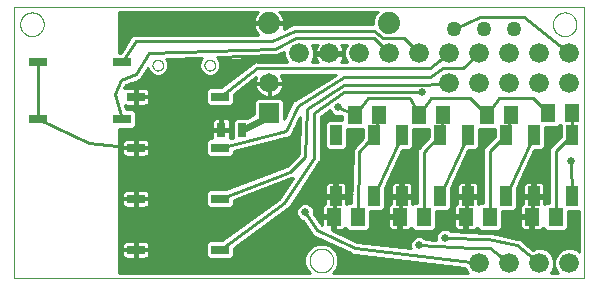
<source format=gtl>
G75*
%MOIN*%
%OFA0B0*%
%FSLAX25Y25*%
%IPPOS*%
%LPD*%
%AMOC8*
5,1,8,0,0,1.08239X$1,22.5*
%
%ADD10C,0.00000*%
%ADD11C,0.06600*%
%ADD12C,0.05000*%
%ADD13C,0.07400*%
%ADD14R,0.03937X0.06500*%
%ADD15R,0.06500X0.06500*%
%ADD16C,0.06500*%
%ADD17R,0.03150X0.04724*%
%ADD18R,0.05118X0.05906*%
%ADD19R,0.06000X0.03000*%
%ADD20C,0.02400*%
%ADD21C,0.01000*%
%ADD22C,0.02500*%
D10*
X0001250Y0006360D02*
X0001250Y0096911D01*
X0191250Y0096911D01*
X0191250Y0006360D01*
X0001250Y0006360D01*
X0099675Y0012266D02*
X0099677Y0012391D01*
X0099683Y0012516D01*
X0099693Y0012640D01*
X0099707Y0012764D01*
X0099724Y0012888D01*
X0099746Y0013011D01*
X0099772Y0013133D01*
X0099801Y0013255D01*
X0099834Y0013375D01*
X0099872Y0013494D01*
X0099912Y0013613D01*
X0099957Y0013729D01*
X0100005Y0013844D01*
X0100057Y0013958D01*
X0100113Y0014070D01*
X0100172Y0014180D01*
X0100234Y0014288D01*
X0100300Y0014395D01*
X0100369Y0014499D01*
X0100442Y0014600D01*
X0100517Y0014700D01*
X0100596Y0014797D01*
X0100678Y0014891D01*
X0100763Y0014983D01*
X0100850Y0015072D01*
X0100941Y0015158D01*
X0101034Y0015241D01*
X0101130Y0015322D01*
X0101228Y0015399D01*
X0101328Y0015473D01*
X0101431Y0015544D01*
X0101536Y0015611D01*
X0101644Y0015676D01*
X0101753Y0015736D01*
X0101864Y0015794D01*
X0101977Y0015847D01*
X0102091Y0015897D01*
X0102207Y0015944D01*
X0102324Y0015986D01*
X0102443Y0016025D01*
X0102563Y0016061D01*
X0102684Y0016092D01*
X0102806Y0016120D01*
X0102928Y0016143D01*
X0103052Y0016163D01*
X0103176Y0016179D01*
X0103300Y0016191D01*
X0103425Y0016199D01*
X0103550Y0016203D01*
X0103674Y0016203D01*
X0103799Y0016199D01*
X0103924Y0016191D01*
X0104048Y0016179D01*
X0104172Y0016163D01*
X0104296Y0016143D01*
X0104418Y0016120D01*
X0104540Y0016092D01*
X0104661Y0016061D01*
X0104781Y0016025D01*
X0104900Y0015986D01*
X0105017Y0015944D01*
X0105133Y0015897D01*
X0105247Y0015847D01*
X0105360Y0015794D01*
X0105471Y0015736D01*
X0105581Y0015676D01*
X0105688Y0015611D01*
X0105793Y0015544D01*
X0105896Y0015473D01*
X0105996Y0015399D01*
X0106094Y0015322D01*
X0106190Y0015241D01*
X0106283Y0015158D01*
X0106374Y0015072D01*
X0106461Y0014983D01*
X0106546Y0014891D01*
X0106628Y0014797D01*
X0106707Y0014700D01*
X0106782Y0014600D01*
X0106855Y0014499D01*
X0106924Y0014395D01*
X0106990Y0014288D01*
X0107052Y0014180D01*
X0107111Y0014070D01*
X0107167Y0013958D01*
X0107219Y0013844D01*
X0107267Y0013729D01*
X0107312Y0013613D01*
X0107352Y0013494D01*
X0107390Y0013375D01*
X0107423Y0013255D01*
X0107452Y0013133D01*
X0107478Y0013011D01*
X0107500Y0012888D01*
X0107517Y0012764D01*
X0107531Y0012640D01*
X0107541Y0012516D01*
X0107547Y0012391D01*
X0107549Y0012266D01*
X0107547Y0012141D01*
X0107541Y0012016D01*
X0107531Y0011892D01*
X0107517Y0011768D01*
X0107500Y0011644D01*
X0107478Y0011521D01*
X0107452Y0011399D01*
X0107423Y0011277D01*
X0107390Y0011157D01*
X0107352Y0011038D01*
X0107312Y0010919D01*
X0107267Y0010803D01*
X0107219Y0010688D01*
X0107167Y0010574D01*
X0107111Y0010462D01*
X0107052Y0010352D01*
X0106990Y0010244D01*
X0106924Y0010137D01*
X0106855Y0010033D01*
X0106782Y0009932D01*
X0106707Y0009832D01*
X0106628Y0009735D01*
X0106546Y0009641D01*
X0106461Y0009549D01*
X0106374Y0009460D01*
X0106283Y0009374D01*
X0106190Y0009291D01*
X0106094Y0009210D01*
X0105996Y0009133D01*
X0105896Y0009059D01*
X0105793Y0008988D01*
X0105688Y0008921D01*
X0105580Y0008856D01*
X0105471Y0008796D01*
X0105360Y0008738D01*
X0105247Y0008685D01*
X0105133Y0008635D01*
X0105017Y0008588D01*
X0104900Y0008546D01*
X0104781Y0008507D01*
X0104661Y0008471D01*
X0104540Y0008440D01*
X0104418Y0008412D01*
X0104296Y0008389D01*
X0104172Y0008369D01*
X0104048Y0008353D01*
X0103924Y0008341D01*
X0103799Y0008333D01*
X0103674Y0008329D01*
X0103550Y0008329D01*
X0103425Y0008333D01*
X0103300Y0008341D01*
X0103176Y0008353D01*
X0103052Y0008369D01*
X0102928Y0008389D01*
X0102806Y0008412D01*
X0102684Y0008440D01*
X0102563Y0008471D01*
X0102443Y0008507D01*
X0102324Y0008546D01*
X0102207Y0008588D01*
X0102091Y0008635D01*
X0101977Y0008685D01*
X0101864Y0008738D01*
X0101753Y0008796D01*
X0101643Y0008856D01*
X0101536Y0008921D01*
X0101431Y0008988D01*
X0101328Y0009059D01*
X0101228Y0009133D01*
X0101130Y0009210D01*
X0101034Y0009291D01*
X0100941Y0009374D01*
X0100850Y0009460D01*
X0100763Y0009549D01*
X0100678Y0009641D01*
X0100596Y0009735D01*
X0100517Y0009832D01*
X0100442Y0009932D01*
X0100369Y0010033D01*
X0100300Y0010137D01*
X0100234Y0010244D01*
X0100172Y0010352D01*
X0100113Y0010462D01*
X0100057Y0010574D01*
X0100005Y0010688D01*
X0099957Y0010803D01*
X0099912Y0010919D01*
X0099872Y0011038D01*
X0099834Y0011157D01*
X0099801Y0011277D01*
X0099772Y0011399D01*
X0099746Y0011521D01*
X0099724Y0011644D01*
X0099707Y0011768D01*
X0099693Y0011892D01*
X0099683Y0012016D01*
X0099677Y0012141D01*
X0099675Y0012266D01*
X0064639Y0077360D02*
X0064641Y0077444D01*
X0064647Y0077527D01*
X0064657Y0077610D01*
X0064671Y0077693D01*
X0064688Y0077775D01*
X0064710Y0077856D01*
X0064735Y0077935D01*
X0064764Y0078014D01*
X0064797Y0078091D01*
X0064833Y0078166D01*
X0064873Y0078240D01*
X0064916Y0078312D01*
X0064963Y0078381D01*
X0065013Y0078448D01*
X0065066Y0078513D01*
X0065122Y0078575D01*
X0065180Y0078635D01*
X0065242Y0078692D01*
X0065306Y0078745D01*
X0065373Y0078796D01*
X0065442Y0078843D01*
X0065513Y0078888D01*
X0065586Y0078928D01*
X0065661Y0078965D01*
X0065738Y0078999D01*
X0065816Y0079029D01*
X0065895Y0079055D01*
X0065976Y0079078D01*
X0066058Y0079096D01*
X0066140Y0079111D01*
X0066223Y0079122D01*
X0066306Y0079129D01*
X0066390Y0079132D01*
X0066474Y0079131D01*
X0066557Y0079126D01*
X0066641Y0079117D01*
X0066723Y0079104D01*
X0066805Y0079088D01*
X0066886Y0079067D01*
X0066967Y0079043D01*
X0067045Y0079015D01*
X0067123Y0078983D01*
X0067199Y0078947D01*
X0067273Y0078908D01*
X0067345Y0078866D01*
X0067415Y0078820D01*
X0067483Y0078771D01*
X0067548Y0078719D01*
X0067611Y0078664D01*
X0067671Y0078606D01*
X0067729Y0078545D01*
X0067783Y0078481D01*
X0067835Y0078415D01*
X0067883Y0078347D01*
X0067928Y0078276D01*
X0067969Y0078203D01*
X0068008Y0078129D01*
X0068042Y0078053D01*
X0068073Y0077975D01*
X0068100Y0077896D01*
X0068124Y0077815D01*
X0068143Y0077734D01*
X0068159Y0077652D01*
X0068171Y0077569D01*
X0068179Y0077485D01*
X0068183Y0077402D01*
X0068183Y0077318D01*
X0068179Y0077235D01*
X0068171Y0077151D01*
X0068159Y0077068D01*
X0068143Y0076986D01*
X0068124Y0076905D01*
X0068100Y0076824D01*
X0068073Y0076745D01*
X0068042Y0076667D01*
X0068008Y0076591D01*
X0067969Y0076517D01*
X0067928Y0076444D01*
X0067883Y0076373D01*
X0067835Y0076305D01*
X0067783Y0076239D01*
X0067729Y0076175D01*
X0067671Y0076114D01*
X0067611Y0076056D01*
X0067548Y0076001D01*
X0067483Y0075949D01*
X0067415Y0075900D01*
X0067345Y0075854D01*
X0067273Y0075812D01*
X0067199Y0075773D01*
X0067123Y0075737D01*
X0067045Y0075705D01*
X0066967Y0075677D01*
X0066886Y0075653D01*
X0066805Y0075632D01*
X0066723Y0075616D01*
X0066641Y0075603D01*
X0066557Y0075594D01*
X0066474Y0075589D01*
X0066390Y0075588D01*
X0066306Y0075591D01*
X0066223Y0075598D01*
X0066140Y0075609D01*
X0066058Y0075624D01*
X0065976Y0075642D01*
X0065895Y0075665D01*
X0065816Y0075691D01*
X0065738Y0075721D01*
X0065661Y0075755D01*
X0065586Y0075792D01*
X0065513Y0075832D01*
X0065442Y0075877D01*
X0065373Y0075924D01*
X0065306Y0075975D01*
X0065242Y0076028D01*
X0065180Y0076085D01*
X0065122Y0076145D01*
X0065066Y0076207D01*
X0065013Y0076272D01*
X0064963Y0076339D01*
X0064916Y0076408D01*
X0064873Y0076480D01*
X0064833Y0076554D01*
X0064797Y0076629D01*
X0064764Y0076706D01*
X0064735Y0076785D01*
X0064710Y0076864D01*
X0064688Y0076945D01*
X0064671Y0077027D01*
X0064657Y0077110D01*
X0064647Y0077193D01*
X0064641Y0077276D01*
X0064639Y0077360D01*
X0047317Y0077360D02*
X0047319Y0077444D01*
X0047325Y0077527D01*
X0047335Y0077610D01*
X0047349Y0077693D01*
X0047366Y0077775D01*
X0047388Y0077856D01*
X0047413Y0077935D01*
X0047442Y0078014D01*
X0047475Y0078091D01*
X0047511Y0078166D01*
X0047551Y0078240D01*
X0047594Y0078312D01*
X0047641Y0078381D01*
X0047691Y0078448D01*
X0047744Y0078513D01*
X0047800Y0078575D01*
X0047858Y0078635D01*
X0047920Y0078692D01*
X0047984Y0078745D01*
X0048051Y0078796D01*
X0048120Y0078843D01*
X0048191Y0078888D01*
X0048264Y0078928D01*
X0048339Y0078965D01*
X0048416Y0078999D01*
X0048494Y0079029D01*
X0048573Y0079055D01*
X0048654Y0079078D01*
X0048736Y0079096D01*
X0048818Y0079111D01*
X0048901Y0079122D01*
X0048984Y0079129D01*
X0049068Y0079132D01*
X0049152Y0079131D01*
X0049235Y0079126D01*
X0049319Y0079117D01*
X0049401Y0079104D01*
X0049483Y0079088D01*
X0049564Y0079067D01*
X0049645Y0079043D01*
X0049723Y0079015D01*
X0049801Y0078983D01*
X0049877Y0078947D01*
X0049951Y0078908D01*
X0050023Y0078866D01*
X0050093Y0078820D01*
X0050161Y0078771D01*
X0050226Y0078719D01*
X0050289Y0078664D01*
X0050349Y0078606D01*
X0050407Y0078545D01*
X0050461Y0078481D01*
X0050513Y0078415D01*
X0050561Y0078347D01*
X0050606Y0078276D01*
X0050647Y0078203D01*
X0050686Y0078129D01*
X0050720Y0078053D01*
X0050751Y0077975D01*
X0050778Y0077896D01*
X0050802Y0077815D01*
X0050821Y0077734D01*
X0050837Y0077652D01*
X0050849Y0077569D01*
X0050857Y0077485D01*
X0050861Y0077402D01*
X0050861Y0077318D01*
X0050857Y0077235D01*
X0050849Y0077151D01*
X0050837Y0077068D01*
X0050821Y0076986D01*
X0050802Y0076905D01*
X0050778Y0076824D01*
X0050751Y0076745D01*
X0050720Y0076667D01*
X0050686Y0076591D01*
X0050647Y0076517D01*
X0050606Y0076444D01*
X0050561Y0076373D01*
X0050513Y0076305D01*
X0050461Y0076239D01*
X0050407Y0076175D01*
X0050349Y0076114D01*
X0050289Y0076056D01*
X0050226Y0076001D01*
X0050161Y0075949D01*
X0050093Y0075900D01*
X0050023Y0075854D01*
X0049951Y0075812D01*
X0049877Y0075773D01*
X0049801Y0075737D01*
X0049723Y0075705D01*
X0049645Y0075677D01*
X0049564Y0075653D01*
X0049483Y0075632D01*
X0049401Y0075616D01*
X0049319Y0075603D01*
X0049235Y0075594D01*
X0049152Y0075589D01*
X0049068Y0075588D01*
X0048984Y0075591D01*
X0048901Y0075598D01*
X0048818Y0075609D01*
X0048736Y0075624D01*
X0048654Y0075642D01*
X0048573Y0075665D01*
X0048494Y0075691D01*
X0048416Y0075721D01*
X0048339Y0075755D01*
X0048264Y0075792D01*
X0048191Y0075832D01*
X0048120Y0075877D01*
X0048051Y0075924D01*
X0047984Y0075975D01*
X0047920Y0076028D01*
X0047858Y0076085D01*
X0047800Y0076145D01*
X0047744Y0076207D01*
X0047691Y0076272D01*
X0047641Y0076339D01*
X0047594Y0076408D01*
X0047551Y0076480D01*
X0047511Y0076554D01*
X0047475Y0076629D01*
X0047442Y0076706D01*
X0047413Y0076785D01*
X0047388Y0076864D01*
X0047366Y0076945D01*
X0047349Y0077027D01*
X0047335Y0077110D01*
X0047325Y0077193D01*
X0047319Y0077276D01*
X0047317Y0077360D01*
X0003219Y0091006D02*
X0003221Y0091131D01*
X0003227Y0091256D01*
X0003237Y0091380D01*
X0003251Y0091504D01*
X0003268Y0091628D01*
X0003290Y0091751D01*
X0003316Y0091873D01*
X0003345Y0091995D01*
X0003378Y0092115D01*
X0003416Y0092234D01*
X0003456Y0092353D01*
X0003501Y0092469D01*
X0003549Y0092584D01*
X0003601Y0092698D01*
X0003657Y0092810D01*
X0003716Y0092920D01*
X0003778Y0093028D01*
X0003844Y0093135D01*
X0003913Y0093239D01*
X0003986Y0093340D01*
X0004061Y0093440D01*
X0004140Y0093537D01*
X0004222Y0093631D01*
X0004307Y0093723D01*
X0004394Y0093812D01*
X0004485Y0093898D01*
X0004578Y0093981D01*
X0004674Y0094062D01*
X0004772Y0094139D01*
X0004872Y0094213D01*
X0004975Y0094284D01*
X0005080Y0094351D01*
X0005188Y0094416D01*
X0005297Y0094476D01*
X0005408Y0094534D01*
X0005521Y0094587D01*
X0005635Y0094637D01*
X0005751Y0094684D01*
X0005868Y0094726D01*
X0005987Y0094765D01*
X0006107Y0094801D01*
X0006228Y0094832D01*
X0006350Y0094860D01*
X0006472Y0094883D01*
X0006596Y0094903D01*
X0006720Y0094919D01*
X0006844Y0094931D01*
X0006969Y0094939D01*
X0007094Y0094943D01*
X0007218Y0094943D01*
X0007343Y0094939D01*
X0007468Y0094931D01*
X0007592Y0094919D01*
X0007716Y0094903D01*
X0007840Y0094883D01*
X0007962Y0094860D01*
X0008084Y0094832D01*
X0008205Y0094801D01*
X0008325Y0094765D01*
X0008444Y0094726D01*
X0008561Y0094684D01*
X0008677Y0094637D01*
X0008791Y0094587D01*
X0008904Y0094534D01*
X0009015Y0094476D01*
X0009125Y0094416D01*
X0009232Y0094351D01*
X0009337Y0094284D01*
X0009440Y0094213D01*
X0009540Y0094139D01*
X0009638Y0094062D01*
X0009734Y0093981D01*
X0009827Y0093898D01*
X0009918Y0093812D01*
X0010005Y0093723D01*
X0010090Y0093631D01*
X0010172Y0093537D01*
X0010251Y0093440D01*
X0010326Y0093340D01*
X0010399Y0093239D01*
X0010468Y0093135D01*
X0010534Y0093028D01*
X0010596Y0092920D01*
X0010655Y0092810D01*
X0010711Y0092698D01*
X0010763Y0092584D01*
X0010811Y0092469D01*
X0010856Y0092353D01*
X0010896Y0092234D01*
X0010934Y0092115D01*
X0010967Y0091995D01*
X0010996Y0091873D01*
X0011022Y0091751D01*
X0011044Y0091628D01*
X0011061Y0091504D01*
X0011075Y0091380D01*
X0011085Y0091256D01*
X0011091Y0091131D01*
X0011093Y0091006D01*
X0011091Y0090881D01*
X0011085Y0090756D01*
X0011075Y0090632D01*
X0011061Y0090508D01*
X0011044Y0090384D01*
X0011022Y0090261D01*
X0010996Y0090139D01*
X0010967Y0090017D01*
X0010934Y0089897D01*
X0010896Y0089778D01*
X0010856Y0089659D01*
X0010811Y0089543D01*
X0010763Y0089428D01*
X0010711Y0089314D01*
X0010655Y0089202D01*
X0010596Y0089092D01*
X0010534Y0088984D01*
X0010468Y0088877D01*
X0010399Y0088773D01*
X0010326Y0088672D01*
X0010251Y0088572D01*
X0010172Y0088475D01*
X0010090Y0088381D01*
X0010005Y0088289D01*
X0009918Y0088200D01*
X0009827Y0088114D01*
X0009734Y0088031D01*
X0009638Y0087950D01*
X0009540Y0087873D01*
X0009440Y0087799D01*
X0009337Y0087728D01*
X0009232Y0087661D01*
X0009124Y0087596D01*
X0009015Y0087536D01*
X0008904Y0087478D01*
X0008791Y0087425D01*
X0008677Y0087375D01*
X0008561Y0087328D01*
X0008444Y0087286D01*
X0008325Y0087247D01*
X0008205Y0087211D01*
X0008084Y0087180D01*
X0007962Y0087152D01*
X0007840Y0087129D01*
X0007716Y0087109D01*
X0007592Y0087093D01*
X0007468Y0087081D01*
X0007343Y0087073D01*
X0007218Y0087069D01*
X0007094Y0087069D01*
X0006969Y0087073D01*
X0006844Y0087081D01*
X0006720Y0087093D01*
X0006596Y0087109D01*
X0006472Y0087129D01*
X0006350Y0087152D01*
X0006228Y0087180D01*
X0006107Y0087211D01*
X0005987Y0087247D01*
X0005868Y0087286D01*
X0005751Y0087328D01*
X0005635Y0087375D01*
X0005521Y0087425D01*
X0005408Y0087478D01*
X0005297Y0087536D01*
X0005187Y0087596D01*
X0005080Y0087661D01*
X0004975Y0087728D01*
X0004872Y0087799D01*
X0004772Y0087873D01*
X0004674Y0087950D01*
X0004578Y0088031D01*
X0004485Y0088114D01*
X0004394Y0088200D01*
X0004307Y0088289D01*
X0004222Y0088381D01*
X0004140Y0088475D01*
X0004061Y0088572D01*
X0003986Y0088672D01*
X0003913Y0088773D01*
X0003844Y0088877D01*
X0003778Y0088984D01*
X0003716Y0089092D01*
X0003657Y0089202D01*
X0003601Y0089314D01*
X0003549Y0089428D01*
X0003501Y0089543D01*
X0003456Y0089659D01*
X0003416Y0089778D01*
X0003378Y0089897D01*
X0003345Y0090017D01*
X0003316Y0090139D01*
X0003290Y0090261D01*
X0003268Y0090384D01*
X0003251Y0090508D01*
X0003237Y0090632D01*
X0003227Y0090756D01*
X0003221Y0090881D01*
X0003219Y0091006D01*
X0180778Y0091006D02*
X0180780Y0091131D01*
X0180786Y0091256D01*
X0180796Y0091380D01*
X0180810Y0091504D01*
X0180827Y0091628D01*
X0180849Y0091751D01*
X0180875Y0091873D01*
X0180904Y0091995D01*
X0180937Y0092115D01*
X0180975Y0092234D01*
X0181015Y0092353D01*
X0181060Y0092469D01*
X0181108Y0092584D01*
X0181160Y0092698D01*
X0181216Y0092810D01*
X0181275Y0092920D01*
X0181337Y0093028D01*
X0181403Y0093135D01*
X0181472Y0093239D01*
X0181545Y0093340D01*
X0181620Y0093440D01*
X0181699Y0093537D01*
X0181781Y0093631D01*
X0181866Y0093723D01*
X0181953Y0093812D01*
X0182044Y0093898D01*
X0182137Y0093981D01*
X0182233Y0094062D01*
X0182331Y0094139D01*
X0182431Y0094213D01*
X0182534Y0094284D01*
X0182639Y0094351D01*
X0182747Y0094416D01*
X0182856Y0094476D01*
X0182967Y0094534D01*
X0183080Y0094587D01*
X0183194Y0094637D01*
X0183310Y0094684D01*
X0183427Y0094726D01*
X0183546Y0094765D01*
X0183666Y0094801D01*
X0183787Y0094832D01*
X0183909Y0094860D01*
X0184031Y0094883D01*
X0184155Y0094903D01*
X0184279Y0094919D01*
X0184403Y0094931D01*
X0184528Y0094939D01*
X0184653Y0094943D01*
X0184777Y0094943D01*
X0184902Y0094939D01*
X0185027Y0094931D01*
X0185151Y0094919D01*
X0185275Y0094903D01*
X0185399Y0094883D01*
X0185521Y0094860D01*
X0185643Y0094832D01*
X0185764Y0094801D01*
X0185884Y0094765D01*
X0186003Y0094726D01*
X0186120Y0094684D01*
X0186236Y0094637D01*
X0186350Y0094587D01*
X0186463Y0094534D01*
X0186574Y0094476D01*
X0186684Y0094416D01*
X0186791Y0094351D01*
X0186896Y0094284D01*
X0186999Y0094213D01*
X0187099Y0094139D01*
X0187197Y0094062D01*
X0187293Y0093981D01*
X0187386Y0093898D01*
X0187477Y0093812D01*
X0187564Y0093723D01*
X0187649Y0093631D01*
X0187731Y0093537D01*
X0187810Y0093440D01*
X0187885Y0093340D01*
X0187958Y0093239D01*
X0188027Y0093135D01*
X0188093Y0093028D01*
X0188155Y0092920D01*
X0188214Y0092810D01*
X0188270Y0092698D01*
X0188322Y0092584D01*
X0188370Y0092469D01*
X0188415Y0092353D01*
X0188455Y0092234D01*
X0188493Y0092115D01*
X0188526Y0091995D01*
X0188555Y0091873D01*
X0188581Y0091751D01*
X0188603Y0091628D01*
X0188620Y0091504D01*
X0188634Y0091380D01*
X0188644Y0091256D01*
X0188650Y0091131D01*
X0188652Y0091006D01*
X0188650Y0090881D01*
X0188644Y0090756D01*
X0188634Y0090632D01*
X0188620Y0090508D01*
X0188603Y0090384D01*
X0188581Y0090261D01*
X0188555Y0090139D01*
X0188526Y0090017D01*
X0188493Y0089897D01*
X0188455Y0089778D01*
X0188415Y0089659D01*
X0188370Y0089543D01*
X0188322Y0089428D01*
X0188270Y0089314D01*
X0188214Y0089202D01*
X0188155Y0089092D01*
X0188093Y0088984D01*
X0188027Y0088877D01*
X0187958Y0088773D01*
X0187885Y0088672D01*
X0187810Y0088572D01*
X0187731Y0088475D01*
X0187649Y0088381D01*
X0187564Y0088289D01*
X0187477Y0088200D01*
X0187386Y0088114D01*
X0187293Y0088031D01*
X0187197Y0087950D01*
X0187099Y0087873D01*
X0186999Y0087799D01*
X0186896Y0087728D01*
X0186791Y0087661D01*
X0186683Y0087596D01*
X0186574Y0087536D01*
X0186463Y0087478D01*
X0186350Y0087425D01*
X0186236Y0087375D01*
X0186120Y0087328D01*
X0186003Y0087286D01*
X0185884Y0087247D01*
X0185764Y0087211D01*
X0185643Y0087180D01*
X0185521Y0087152D01*
X0185399Y0087129D01*
X0185275Y0087109D01*
X0185151Y0087093D01*
X0185027Y0087081D01*
X0184902Y0087073D01*
X0184777Y0087069D01*
X0184653Y0087069D01*
X0184528Y0087073D01*
X0184403Y0087081D01*
X0184279Y0087093D01*
X0184155Y0087109D01*
X0184031Y0087129D01*
X0183909Y0087152D01*
X0183787Y0087180D01*
X0183666Y0087211D01*
X0183546Y0087247D01*
X0183427Y0087286D01*
X0183310Y0087328D01*
X0183194Y0087375D01*
X0183080Y0087425D01*
X0182967Y0087478D01*
X0182856Y0087536D01*
X0182746Y0087596D01*
X0182639Y0087661D01*
X0182534Y0087728D01*
X0182431Y0087799D01*
X0182331Y0087873D01*
X0182233Y0087950D01*
X0182137Y0088031D01*
X0182044Y0088114D01*
X0181953Y0088200D01*
X0181866Y0088289D01*
X0181781Y0088381D01*
X0181699Y0088475D01*
X0181620Y0088572D01*
X0181545Y0088672D01*
X0181472Y0088773D01*
X0181403Y0088877D01*
X0181337Y0088984D01*
X0181275Y0089092D01*
X0181216Y0089202D01*
X0181160Y0089314D01*
X0181108Y0089428D01*
X0181060Y0089543D01*
X0181015Y0089659D01*
X0180975Y0089778D01*
X0180937Y0089897D01*
X0180904Y0090017D01*
X0180875Y0090139D01*
X0180849Y0090261D01*
X0180827Y0090384D01*
X0180810Y0090508D01*
X0180796Y0090632D01*
X0180786Y0090756D01*
X0180780Y0090881D01*
X0180778Y0091006D01*
D11*
X0176250Y0081360D03*
X0166250Y0081360D03*
X0156250Y0081360D03*
X0146250Y0081360D03*
X0136250Y0081360D03*
X0126250Y0081360D03*
X0116250Y0081360D03*
X0106250Y0081360D03*
X0096250Y0081360D03*
X0146250Y0071360D03*
X0156250Y0071360D03*
X0166250Y0071360D03*
X0176250Y0071360D03*
X0186250Y0071360D03*
X0186250Y0081360D03*
X0186250Y0011360D03*
X0176250Y0011360D03*
X0166250Y0011360D03*
X0156250Y0011360D03*
D12*
X0157825Y0089506D03*
X0167667Y0089506D03*
X0147982Y0089506D03*
D13*
X0126132Y0091360D03*
X0086132Y0091360D03*
D14*
X0108451Y0054006D03*
X0121049Y0054006D03*
X0130451Y0054006D03*
X0143049Y0054006D03*
X0152451Y0054006D03*
X0165049Y0054006D03*
X0174451Y0054006D03*
X0187049Y0054006D03*
X0187049Y0033714D03*
X0174451Y0033714D03*
X0165049Y0033714D03*
X0152451Y0033714D03*
X0143049Y0033714D03*
X0130451Y0033714D03*
X0121049Y0033714D03*
X0108451Y0033714D03*
D15*
X0086250Y0061360D03*
D16*
X0086250Y0071360D03*
D17*
X0077293Y0055860D03*
X0070207Y0055860D03*
D18*
X0114813Y0060860D03*
X0122687Y0060860D03*
X0136313Y0060860D03*
X0144187Y0060860D03*
X0158813Y0060860D03*
X0166687Y0060860D03*
X0179313Y0061360D03*
X0187187Y0061360D03*
X0181687Y0026860D03*
X0173813Y0026860D03*
X0159687Y0026860D03*
X0151813Y0026860D03*
X0137687Y0026860D03*
X0129813Y0026860D03*
X0115687Y0026860D03*
X0107813Y0026860D03*
D19*
X0069750Y0032860D03*
X0041750Y0032860D03*
X0041750Y0049860D03*
X0037250Y0059423D03*
X0041750Y0066860D03*
X0037250Y0078360D03*
X0009250Y0078360D03*
X0009250Y0059423D03*
X0069750Y0066860D03*
X0069750Y0049860D03*
X0069750Y0015860D03*
X0041750Y0015860D03*
D20*
X0077293Y0055860D02*
X0083207Y0058817D01*
X0086250Y0061360D01*
D21*
X0091200Y0061278D02*
X0092104Y0061278D01*
X0092573Y0062277D02*
X0091200Y0062277D01*
X0091200Y0063275D02*
X0093043Y0063275D01*
X0093513Y0064274D02*
X0091200Y0064274D01*
X0091200Y0065272D02*
X0093844Y0065272D01*
X0093823Y0065260D02*
X0093663Y0064593D01*
X0091200Y0059358D01*
X0091200Y0065314D01*
X0090204Y0066310D01*
X0082296Y0066310D01*
X0081300Y0065314D01*
X0081300Y0061106D01*
X0078933Y0059922D01*
X0075014Y0059922D01*
X0074019Y0058926D01*
X0074019Y0053195D01*
X0073459Y0053055D01*
X0073454Y0053060D01*
X0073217Y0053060D01*
X0073281Y0053300D01*
X0073281Y0055573D01*
X0070494Y0055573D01*
X0070494Y0056147D01*
X0073281Y0056147D01*
X0073281Y0058420D01*
X0073179Y0058801D01*
X0072982Y0059143D01*
X0072703Y0059422D01*
X0072360Y0059620D01*
X0071979Y0059722D01*
X0070494Y0059722D01*
X0070494Y0056147D01*
X0069919Y0056147D01*
X0069919Y0055573D01*
X0067132Y0055573D01*
X0067132Y0053300D01*
X0067196Y0053060D01*
X0066046Y0053060D01*
X0065050Y0052064D01*
X0065050Y0047656D01*
X0066046Y0046660D01*
X0073454Y0046660D01*
X0074450Y0047656D01*
X0074450Y0048767D01*
X0091523Y0053035D01*
X0091638Y0052981D01*
X0092391Y0053253D01*
X0093168Y0053447D01*
X0093233Y0053556D01*
X0093353Y0053599D01*
X0093693Y0054323D01*
X0094105Y0055009D01*
X0094074Y0055133D01*
X0096466Y0060215D01*
X0096078Y0047800D01*
X0092026Y0043747D01*
X0071954Y0036060D01*
X0066046Y0036060D01*
X0065050Y0035064D01*
X0065050Y0030656D01*
X0066046Y0029660D01*
X0073454Y0029660D01*
X0074450Y0030656D01*
X0074450Y0032304D01*
X0093657Y0039660D01*
X0094139Y0039660D01*
X0089640Y0032912D01*
X0070427Y0019060D01*
X0066046Y0019060D01*
X0065050Y0018064D01*
X0065050Y0013656D01*
X0066046Y0012660D01*
X0073454Y0012660D01*
X0074450Y0013656D01*
X0074450Y0016536D01*
X0092149Y0029296D01*
X0092575Y0029381D01*
X0092860Y0029808D01*
X0093276Y0030108D01*
X0093345Y0030537D01*
X0102960Y0044958D01*
X0103450Y0045449D01*
X0103450Y0045694D01*
X0103586Y0045898D01*
X0103450Y0046578D01*
X0103450Y0060215D01*
X0106481Y0062336D01*
X0106749Y0061689D01*
X0107579Y0060859D01*
X0108663Y0060410D01*
X0109837Y0060410D01*
X0110154Y0060542D01*
X0110554Y0060362D01*
X0110554Y0058956D01*
X0105778Y0058956D01*
X0104782Y0057960D01*
X0104782Y0050051D01*
X0105778Y0049056D01*
X0111123Y0049056D01*
X0112119Y0050051D01*
X0112119Y0056207D01*
X0117381Y0056207D01*
X0117381Y0053087D01*
X0114650Y0049875D01*
X0114075Y0049329D01*
X0114071Y0049194D01*
X0113984Y0049091D01*
X0114048Y0048300D01*
X0113608Y0031513D01*
X0112424Y0031513D01*
X0111919Y0031008D01*
X0111919Y0033230D01*
X0108935Y0033230D01*
X0108935Y0031313D01*
X0108313Y0031313D01*
X0108313Y0027360D01*
X0107313Y0027360D01*
X0107313Y0028964D01*
X0107967Y0028964D01*
X0107967Y0033230D01*
X0108935Y0033230D01*
X0108935Y0034199D01*
X0107967Y0034199D01*
X0107967Y0038464D01*
X0106285Y0038464D01*
X0105903Y0038362D01*
X0105561Y0038165D01*
X0105282Y0037885D01*
X0105085Y0037543D01*
X0104982Y0037162D01*
X0104982Y0034199D01*
X0107966Y0034199D01*
X0107966Y0033230D01*
X0104982Y0033230D01*
X0104982Y0031293D01*
X0104675Y0031211D01*
X0104333Y0031013D01*
X0104054Y0030734D01*
X0103856Y0030392D01*
X0103754Y0030010D01*
X0103754Y0027360D01*
X0107313Y0027360D01*
X0107313Y0026360D01*
X0108313Y0026360D01*
X0108313Y0022407D01*
X0110570Y0022407D01*
X0110951Y0022509D01*
X0111293Y0022707D01*
X0111572Y0022986D01*
X0111599Y0023032D01*
X0112424Y0022207D01*
X0118950Y0022207D01*
X0119946Y0023203D01*
X0119946Y0028764D01*
X0123722Y0028764D01*
X0124718Y0029760D01*
X0124718Y0036399D01*
X0130582Y0049056D01*
X0133123Y0049056D01*
X0134119Y0050051D01*
X0134119Y0056207D01*
X0139381Y0056207D01*
X0139381Y0053312D01*
X0136172Y0049893D01*
X0135553Y0049278D01*
X0135553Y0049233D01*
X0135522Y0049201D01*
X0135550Y0048328D01*
X0135501Y0031513D01*
X0134424Y0031513D01*
X0133919Y0031008D01*
X0133919Y0033230D01*
X0130935Y0033230D01*
X0130935Y0031313D01*
X0130313Y0031313D01*
X0130313Y0027360D01*
X0129313Y0027360D01*
X0129313Y0028964D01*
X0129967Y0028964D01*
X0129967Y0033230D01*
X0130935Y0033230D01*
X0130935Y0034199D01*
X0129967Y0034199D01*
X0129967Y0038464D01*
X0128285Y0038464D01*
X0127903Y0038362D01*
X0127561Y0038165D01*
X0127282Y0037885D01*
X0127085Y0037543D01*
X0126982Y0037162D01*
X0126982Y0034199D01*
X0129966Y0034199D01*
X0129966Y0033230D01*
X0126982Y0033230D01*
X0126982Y0031293D01*
X0126675Y0031211D01*
X0126333Y0031013D01*
X0126054Y0030734D01*
X0125856Y0030392D01*
X0125754Y0030010D01*
X0125754Y0027360D01*
X0129313Y0027360D01*
X0129313Y0026360D01*
X0125754Y0026360D01*
X0125754Y0023710D01*
X0125856Y0023328D01*
X0126054Y0022986D01*
X0126333Y0022707D01*
X0126675Y0022509D01*
X0127056Y0022407D01*
X0129313Y0022407D01*
X0129313Y0026360D01*
X0130313Y0026360D01*
X0130313Y0022407D01*
X0132570Y0022407D01*
X0132951Y0022509D01*
X0133293Y0022707D01*
X0133572Y0022986D01*
X0133599Y0023032D01*
X0134424Y0022207D01*
X0140950Y0022207D01*
X0141946Y0023203D01*
X0141946Y0028764D01*
X0145722Y0028764D01*
X0146718Y0029760D01*
X0146718Y0036399D01*
X0152582Y0049056D01*
X0155123Y0049056D01*
X0156119Y0050051D01*
X0156119Y0056207D01*
X0161381Y0056207D01*
X0161381Y0053510D01*
X0158860Y0051063D01*
X0158845Y0051063D01*
X0158208Y0050430D01*
X0157564Y0049803D01*
X0157563Y0049788D01*
X0157553Y0049778D01*
X0157550Y0048879D01*
X0157537Y0047981D01*
X0157547Y0047970D01*
X0157500Y0031513D01*
X0156424Y0031513D01*
X0155919Y0031008D01*
X0155919Y0033230D01*
X0152935Y0033230D01*
X0152935Y0031313D01*
X0152313Y0031313D01*
X0152313Y0027360D01*
X0151313Y0027360D01*
X0151313Y0028964D01*
X0151967Y0028964D01*
X0151967Y0033230D01*
X0152935Y0033230D01*
X0152935Y0034199D01*
X0151967Y0034199D01*
X0151967Y0038464D01*
X0150285Y0038464D01*
X0149903Y0038362D01*
X0149561Y0038165D01*
X0149282Y0037885D01*
X0149085Y0037543D01*
X0148982Y0037162D01*
X0148982Y0034199D01*
X0151966Y0034199D01*
X0151966Y0033230D01*
X0148982Y0033230D01*
X0148982Y0031293D01*
X0148675Y0031211D01*
X0148333Y0031013D01*
X0148054Y0030734D01*
X0147856Y0030392D01*
X0147754Y0030010D01*
X0147754Y0027360D01*
X0151313Y0027360D01*
X0151313Y0026360D01*
X0152313Y0026360D01*
X0152313Y0022407D01*
X0154570Y0022407D01*
X0154951Y0022509D01*
X0155293Y0022707D01*
X0155572Y0022986D01*
X0155599Y0023032D01*
X0156424Y0022207D01*
X0162950Y0022207D01*
X0163946Y0023203D01*
X0163946Y0028764D01*
X0167722Y0028764D01*
X0168718Y0029760D01*
X0168718Y0036399D01*
X0174582Y0049056D01*
X0177123Y0049056D01*
X0178119Y0050051D01*
X0178119Y0056707D01*
X0182576Y0056707D01*
X0183250Y0057381D01*
X0183381Y0057250D01*
X0183381Y0053510D01*
X0180860Y0051063D01*
X0180845Y0051063D01*
X0180208Y0050430D01*
X0179564Y0049803D01*
X0179563Y0049788D01*
X0179553Y0049778D01*
X0179550Y0048879D01*
X0179537Y0047981D01*
X0179547Y0047970D01*
X0179500Y0031513D01*
X0178424Y0031513D01*
X0177919Y0031008D01*
X0177919Y0033230D01*
X0174935Y0033230D01*
X0174935Y0031313D01*
X0174313Y0031313D01*
X0174313Y0027360D01*
X0173313Y0027360D01*
X0173313Y0028964D01*
X0173967Y0028964D01*
X0173967Y0033230D01*
X0174935Y0033230D01*
X0174935Y0034199D01*
X0173967Y0034199D01*
X0173967Y0038464D01*
X0172285Y0038464D01*
X0171903Y0038362D01*
X0171561Y0038165D01*
X0171282Y0037885D01*
X0171085Y0037543D01*
X0170982Y0037162D01*
X0170982Y0034199D01*
X0173966Y0034199D01*
X0173966Y0033230D01*
X0170982Y0033230D01*
X0170982Y0031293D01*
X0170675Y0031211D01*
X0170333Y0031013D01*
X0170054Y0030734D01*
X0169856Y0030392D01*
X0169754Y0030010D01*
X0169754Y0027360D01*
X0173313Y0027360D01*
X0173313Y0026360D01*
X0174313Y0026360D01*
X0174313Y0022407D01*
X0176570Y0022407D01*
X0176951Y0022509D01*
X0177293Y0022707D01*
X0177572Y0022986D01*
X0177599Y0023032D01*
X0178424Y0022207D01*
X0184950Y0022207D01*
X0185946Y0023203D01*
X0185946Y0028764D01*
X0189550Y0028764D01*
X0189550Y0015131D01*
X0189082Y0015599D01*
X0187245Y0016360D01*
X0185255Y0016360D01*
X0183418Y0015599D01*
X0182011Y0014192D01*
X0181250Y0012355D01*
X0180489Y0014192D01*
X0179082Y0015599D01*
X0177245Y0016360D01*
X0175255Y0016360D01*
X0174113Y0015887D01*
X0170400Y0018857D01*
X0170095Y0019325D01*
X0169716Y0019405D01*
X0169413Y0019647D01*
X0168858Y0019585D01*
X0160384Y0021370D01*
X0160237Y0021527D01*
X0159517Y0021552D01*
X0158811Y0021701D01*
X0158631Y0021583D01*
X0146791Y0021991D01*
X0146421Y0022361D01*
X0145337Y0022810D01*
X0144163Y0022810D01*
X0143079Y0022361D01*
X0142249Y0021531D01*
X0141800Y0020447D01*
X0141800Y0019273D01*
X0141808Y0019255D01*
X0138334Y0019448D01*
X0137921Y0019861D01*
X0136837Y0020310D01*
X0135663Y0020310D01*
X0134579Y0019861D01*
X0133749Y0019031D01*
X0133300Y0017947D01*
X0133300Y0016773D01*
X0133488Y0016318D01*
X0115374Y0018501D01*
X0107236Y0022407D01*
X0107313Y0022407D01*
X0107313Y0026360D01*
X0103754Y0026360D01*
X0103754Y0024078D01*
X0103746Y0024082D01*
X0101200Y0027901D01*
X0101200Y0028947D01*
X0100751Y0030031D01*
X0099921Y0030861D01*
X0098837Y0031310D01*
X0097663Y0031310D01*
X0096579Y0030861D01*
X0095749Y0030031D01*
X0095300Y0028947D01*
X0095300Y0027773D01*
X0095749Y0026689D01*
X0096579Y0025859D01*
X0097538Y0025462D01*
X0100266Y0021370D01*
X0100476Y0020771D01*
X0100754Y0020638D01*
X0100925Y0020381D01*
X0101547Y0020257D01*
X0113336Y0014598D01*
X0113582Y0014285D01*
X0114126Y0014219D01*
X0114620Y0013982D01*
X0114996Y0014114D01*
X0151520Y0009714D01*
X0152011Y0008528D01*
X0152479Y0008060D01*
X0107379Y0008060D01*
X0108391Y0009072D01*
X0109249Y0011144D01*
X0109249Y0013387D01*
X0108391Y0015459D01*
X0106805Y0017044D01*
X0104733Y0017902D01*
X0102491Y0017902D01*
X0100419Y0017044D01*
X0098833Y0015459D01*
X0097975Y0013387D01*
X0097975Y0011144D01*
X0098833Y0009072D01*
X0099846Y0008060D01*
X0036250Y0008060D01*
X0036250Y0056223D01*
X0040954Y0056223D01*
X0041950Y0057219D01*
X0041950Y0061627D01*
X0040954Y0062623D01*
X0038596Y0062623D01*
X0038202Y0063954D01*
X0038553Y0063860D01*
X0041500Y0063860D01*
X0041500Y0066610D01*
X0042000Y0066610D01*
X0042000Y0067110D01*
X0041500Y0067110D01*
X0041500Y0069860D01*
X0038553Y0069860D01*
X0038171Y0069758D01*
X0037942Y0069626D01*
X0038397Y0070649D01*
X0042397Y0072249D01*
X0043108Y0072404D01*
X0043220Y0072579D01*
X0043413Y0072656D01*
X0043700Y0073325D01*
X0045708Y0076449D01*
X0046145Y0075393D01*
X0047122Y0074417D01*
X0048398Y0073888D01*
X0049779Y0073888D01*
X0051055Y0074417D01*
X0052032Y0075393D01*
X0052560Y0076669D01*
X0052560Y0078051D01*
X0052032Y0079327D01*
X0051994Y0079364D01*
X0063932Y0079790D01*
X0063468Y0079327D01*
X0062940Y0078051D01*
X0062940Y0076669D01*
X0063468Y0075393D01*
X0064445Y0074417D01*
X0065721Y0073888D01*
X0067102Y0073888D01*
X0068378Y0074417D01*
X0069355Y0075393D01*
X0069883Y0076669D01*
X0069883Y0078051D01*
X0069355Y0079327D01*
X0068720Y0079961D01*
X0087931Y0080647D01*
X0088419Y0080485D01*
X0088806Y0080678D01*
X0089239Y0080694D01*
X0089589Y0081070D01*
X0091250Y0081900D01*
X0091250Y0080365D01*
X0091998Y0078560D01*
X0082399Y0078560D01*
X0081644Y0078663D01*
X0081509Y0078560D01*
X0081339Y0078560D01*
X0080800Y0078021D01*
X0070325Y0070060D01*
X0066046Y0070060D01*
X0065050Y0069064D01*
X0065050Y0064656D01*
X0066046Y0063660D01*
X0073454Y0063660D01*
X0074450Y0064656D01*
X0074450Y0067669D01*
X0081938Y0073359D01*
X0081848Y0073183D01*
X0081617Y0072472D01*
X0081500Y0071734D01*
X0081500Y0071549D01*
X0086061Y0071549D01*
X0086061Y0071171D01*
X0081500Y0071171D01*
X0081500Y0070986D01*
X0081617Y0070248D01*
X0081848Y0069537D01*
X0082187Y0068870D01*
X0082627Y0068266D01*
X0083156Y0067737D01*
X0083760Y0067297D01*
X0084427Y0066958D01*
X0085138Y0066727D01*
X0085876Y0066610D01*
X0086061Y0066610D01*
X0086061Y0071171D01*
X0086439Y0071171D01*
X0086439Y0071549D01*
X0091000Y0071549D01*
X0091000Y0071734D01*
X0090883Y0072472D01*
X0090652Y0073183D01*
X0090313Y0073850D01*
X0090087Y0074160D01*
X0108345Y0074160D01*
X0094793Y0065854D01*
X0094147Y0065621D01*
X0094040Y0065392D01*
X0093823Y0065260D01*
X0095473Y0066271D02*
X0090243Y0066271D01*
X0089344Y0067737D02*
X0088740Y0067297D01*
X0088073Y0066958D01*
X0087362Y0066727D01*
X0086624Y0066610D01*
X0086439Y0066610D01*
X0086439Y0071171D01*
X0091000Y0071171D01*
X0091000Y0070986D01*
X0090883Y0070248D01*
X0090652Y0069537D01*
X0090313Y0068870D01*
X0089873Y0068266D01*
X0089344Y0067737D01*
X0089875Y0068268D02*
X0098732Y0068268D01*
X0100361Y0069266D02*
X0090514Y0069266D01*
X0090886Y0070265D02*
X0101990Y0070265D01*
X0103619Y0071263D02*
X0086439Y0071263D01*
X0086061Y0071263D02*
X0079180Y0071263D01*
X0080493Y0072262D02*
X0081584Y0072262D01*
X0081807Y0073260D02*
X0081887Y0073260D01*
X0081614Y0070265D02*
X0077866Y0070265D01*
X0076552Y0069266D02*
X0081986Y0069266D01*
X0082625Y0068268D02*
X0075238Y0068268D01*
X0074450Y0067269D02*
X0083816Y0067269D01*
X0082257Y0066271D02*
X0074450Y0066271D01*
X0074450Y0065272D02*
X0081300Y0065272D01*
X0081300Y0064274D02*
X0074068Y0064274D01*
X0069750Y0066860D02*
X0082250Y0076360D01*
X0139750Y0076360D01*
X0146250Y0081360D01*
X0144250Y0076360D02*
X0150750Y0076360D01*
X0156250Y0081360D01*
X0144250Y0076360D02*
X0139750Y0073360D01*
X0111250Y0073360D01*
X0095750Y0063860D01*
X0091750Y0055360D01*
X0069750Y0049860D01*
X0065050Y0050294D02*
X0046250Y0050294D01*
X0046250Y0050110D02*
X0046250Y0051557D01*
X0046148Y0051939D01*
X0045950Y0052281D01*
X0045671Y0052560D01*
X0045329Y0052758D01*
X0044947Y0052860D01*
X0042000Y0052860D01*
X0042000Y0050110D01*
X0041500Y0050110D01*
X0041500Y0052860D01*
X0038553Y0052860D01*
X0038171Y0052758D01*
X0037829Y0052560D01*
X0037550Y0052281D01*
X0037352Y0051939D01*
X0037250Y0051557D01*
X0037250Y0050110D01*
X0041500Y0050110D01*
X0041500Y0049610D01*
X0037250Y0049610D01*
X0037250Y0048162D01*
X0037352Y0047781D01*
X0037550Y0047439D01*
X0037829Y0047160D01*
X0038171Y0046962D01*
X0038553Y0046860D01*
X0041500Y0046860D01*
X0041500Y0049610D01*
X0042000Y0049610D01*
X0042000Y0050110D01*
X0046250Y0050110D01*
X0046250Y0049610D02*
X0042000Y0049610D01*
X0042000Y0046860D01*
X0044947Y0046860D01*
X0045329Y0046962D01*
X0045671Y0047160D01*
X0045950Y0047439D01*
X0046148Y0047781D01*
X0046250Y0048162D01*
X0046250Y0049610D01*
X0046250Y0049296D02*
X0065050Y0049296D01*
X0065050Y0048297D02*
X0046250Y0048297D01*
X0045810Y0047299D02*
X0065407Y0047299D01*
X0065050Y0051293D02*
X0046250Y0051293D01*
X0045940Y0052292D02*
X0065277Y0052292D01*
X0067135Y0053290D02*
X0036250Y0053290D01*
X0036250Y0052292D02*
X0037560Y0052292D01*
X0037250Y0051293D02*
X0036250Y0051293D01*
X0036250Y0050294D02*
X0037250Y0050294D01*
X0037250Y0049296D02*
X0036250Y0049296D01*
X0036250Y0048297D02*
X0037250Y0048297D01*
X0037690Y0047299D02*
X0036250Y0047299D01*
X0036250Y0046300D02*
X0094579Y0046300D01*
X0093581Y0045302D02*
X0036250Y0045302D01*
X0036250Y0044303D02*
X0092582Y0044303D01*
X0090872Y0043305D02*
X0036250Y0043305D01*
X0036250Y0042306D02*
X0088264Y0042306D01*
X0085657Y0041308D02*
X0036250Y0041308D01*
X0036250Y0040309D02*
X0083050Y0040309D01*
X0080443Y0039311D02*
X0036250Y0039311D01*
X0036250Y0038312D02*
X0077835Y0038312D01*
X0075228Y0037314D02*
X0036250Y0037314D01*
X0036250Y0036315D02*
X0072621Y0036315D01*
X0069750Y0032860D02*
X0093250Y0041860D01*
X0098250Y0046860D01*
X0098750Y0062860D01*
X0111250Y0070860D01*
X0137750Y0070860D01*
X0146250Y0071360D01*
X0140250Y0066360D02*
X0136313Y0060860D01*
X0133250Y0066360D01*
X0119250Y0066360D01*
X0114813Y0060860D01*
X0109250Y0063360D01*
X0107160Y0061278D02*
X0104969Y0061278D01*
X0103543Y0060280D02*
X0110554Y0060280D01*
X0110554Y0059281D02*
X0103450Y0059281D01*
X0103450Y0058283D02*
X0105105Y0058283D01*
X0104782Y0057284D02*
X0103450Y0057284D01*
X0103450Y0056286D02*
X0104782Y0056286D01*
X0104782Y0055287D02*
X0103450Y0055287D01*
X0103450Y0054289D02*
X0104782Y0054289D01*
X0104782Y0053290D02*
X0103450Y0053290D01*
X0103450Y0052292D02*
X0104782Y0052292D01*
X0104782Y0051293D02*
X0103450Y0051293D01*
X0103450Y0050294D02*
X0104782Y0050294D01*
X0105538Y0049296D02*
X0103450Y0049296D01*
X0103450Y0048297D02*
X0114048Y0048297D01*
X0114021Y0047299D02*
X0103450Y0047299D01*
X0103505Y0046300D02*
X0113995Y0046300D01*
X0113969Y0045302D02*
X0103303Y0045302D01*
X0102523Y0044303D02*
X0113943Y0044303D01*
X0113917Y0043305D02*
X0101857Y0043305D01*
X0101192Y0042306D02*
X0113891Y0042306D01*
X0113865Y0041308D02*
X0100526Y0041308D01*
X0099860Y0040309D02*
X0113838Y0040309D01*
X0113812Y0039311D02*
X0099195Y0039311D01*
X0098529Y0038312D02*
X0105817Y0038312D01*
X0105023Y0037314D02*
X0097863Y0037314D01*
X0097198Y0036315D02*
X0104982Y0036315D01*
X0104982Y0035317D02*
X0096532Y0035317D01*
X0095866Y0034318D02*
X0104982Y0034318D01*
X0107967Y0034318D02*
X0108935Y0034318D01*
X0108935Y0034199D02*
X0108935Y0038464D01*
X0110617Y0038464D01*
X0110998Y0038362D01*
X0111340Y0038165D01*
X0111620Y0037885D01*
X0111817Y0037543D01*
X0111919Y0037162D01*
X0111919Y0034199D01*
X0108935Y0034199D01*
X0108935Y0033320D02*
X0113655Y0033320D01*
X0113682Y0034318D02*
X0111919Y0034318D01*
X0111919Y0035317D02*
X0113708Y0035317D01*
X0113734Y0036315D02*
X0111919Y0036315D01*
X0111879Y0037314D02*
X0113760Y0037314D01*
X0113786Y0038312D02*
X0111084Y0038312D01*
X0108935Y0038312D02*
X0107967Y0038312D01*
X0107967Y0037314D02*
X0108935Y0037314D01*
X0108935Y0036315D02*
X0107967Y0036315D01*
X0107967Y0035317D02*
X0108935Y0035317D01*
X0107966Y0033320D02*
X0095201Y0033320D01*
X0094535Y0032321D02*
X0104982Y0032321D01*
X0104982Y0031323D02*
X0093869Y0031323D01*
X0093311Y0030324D02*
X0096042Y0030324D01*
X0095457Y0029326D02*
X0092297Y0029326D01*
X0090805Y0028327D02*
X0095300Y0028327D01*
X0095484Y0027329D02*
X0089420Y0027329D01*
X0088035Y0026330D02*
X0096108Y0026330D01*
X0097625Y0025332D02*
X0086650Y0025332D01*
X0085265Y0024333D02*
X0098290Y0024333D01*
X0098956Y0023335D02*
X0083880Y0023335D01*
X0082495Y0022336D02*
X0099622Y0022336D01*
X0100277Y0021338D02*
X0081110Y0021338D01*
X0079725Y0020339D02*
X0101136Y0020339D01*
X0103456Y0019341D02*
X0078340Y0019341D01*
X0076955Y0018342D02*
X0105537Y0018342D01*
X0106083Y0017344D02*
X0107617Y0017344D01*
X0107505Y0016345D02*
X0109697Y0016345D01*
X0108437Y0015347D02*
X0111777Y0015347D01*
X0113532Y0014348D02*
X0108851Y0014348D01*
X0109249Y0013350D02*
X0121344Y0013350D01*
X0124978Y0017344D02*
X0133300Y0017344D01*
X0133265Y0016345D02*
X0133477Y0016345D01*
X0133464Y0018342D02*
X0116690Y0018342D01*
X0114750Y0016360D02*
X0156250Y0011360D01*
X0151668Y0009356D02*
X0108508Y0009356D01*
X0108922Y0010354D02*
X0146207Y0010354D01*
X0152182Y0008357D02*
X0107676Y0008357D01*
X0109249Y0011353D02*
X0137920Y0011353D01*
X0129632Y0012351D02*
X0109249Y0012351D01*
X0114750Y0016360D02*
X0102250Y0022360D01*
X0098250Y0028360D01*
X0101200Y0028327D02*
X0103754Y0028327D01*
X0103754Y0029326D02*
X0101043Y0029326D01*
X0100458Y0030324D02*
X0103838Y0030324D01*
X0107313Y0028327D02*
X0108313Y0028327D01*
X0108313Y0029326D02*
X0107967Y0029326D01*
X0107967Y0030324D02*
X0108313Y0030324D01*
X0107967Y0031323D02*
X0108935Y0031323D01*
X0108935Y0032321D02*
X0107967Y0032321D01*
X0111919Y0032321D02*
X0113629Y0032321D01*
X0112234Y0031323D02*
X0111919Y0031323D01*
X0115687Y0026860D02*
X0116250Y0048360D01*
X0121049Y0054006D01*
X0122687Y0060860D01*
X0117381Y0055287D02*
X0112119Y0055287D01*
X0112119Y0054289D02*
X0117381Y0054289D01*
X0117381Y0053290D02*
X0112119Y0053290D01*
X0112119Y0052292D02*
X0116705Y0052292D01*
X0115856Y0051293D02*
X0112119Y0051293D01*
X0112119Y0050294D02*
X0115007Y0050294D01*
X0114074Y0049296D02*
X0111364Y0049296D01*
X0101250Y0046360D02*
X0101250Y0061360D01*
X0111250Y0068360D01*
X0137250Y0068360D01*
X0140250Y0066360D02*
X0153250Y0066360D01*
X0158813Y0060860D01*
X0162750Y0066360D01*
X0174250Y0066360D01*
X0179313Y0061360D01*
X0183153Y0057284D02*
X0183347Y0057284D01*
X0183381Y0056286D02*
X0178119Y0056286D01*
X0178119Y0055287D02*
X0183381Y0055287D01*
X0183381Y0054289D02*
X0178119Y0054289D01*
X0178119Y0053290D02*
X0183154Y0053290D01*
X0182126Y0052292D02*
X0178119Y0052292D01*
X0178119Y0051293D02*
X0181098Y0051293D01*
X0180069Y0050294D02*
X0178119Y0050294D01*
X0177364Y0049296D02*
X0179551Y0049296D01*
X0179541Y0048297D02*
X0174231Y0048297D01*
X0173768Y0047299D02*
X0179546Y0047299D01*
X0179543Y0046300D02*
X0173305Y0046300D01*
X0172843Y0045302D02*
X0179540Y0045302D01*
X0179537Y0044303D02*
X0172380Y0044303D01*
X0171917Y0043305D02*
X0179534Y0043305D01*
X0179531Y0042306D02*
X0171455Y0042306D01*
X0170992Y0041308D02*
X0179528Y0041308D01*
X0179526Y0040309D02*
X0170530Y0040309D01*
X0170067Y0039311D02*
X0179523Y0039311D01*
X0179520Y0038312D02*
X0177084Y0038312D01*
X0176998Y0038362D02*
X0176617Y0038464D01*
X0174935Y0038464D01*
X0174935Y0034199D01*
X0177919Y0034199D01*
X0177919Y0037162D01*
X0177817Y0037543D01*
X0177620Y0037885D01*
X0177340Y0038165D01*
X0176998Y0038362D01*
X0177879Y0037314D02*
X0179517Y0037314D01*
X0179514Y0036315D02*
X0177919Y0036315D01*
X0177919Y0035317D02*
X0179511Y0035317D01*
X0179508Y0034318D02*
X0177919Y0034318D01*
X0179506Y0033320D02*
X0174935Y0033320D01*
X0173966Y0033320D02*
X0168718Y0033320D01*
X0168718Y0034318D02*
X0170982Y0034318D01*
X0170982Y0035317D02*
X0168718Y0035317D01*
X0168718Y0036315D02*
X0170982Y0036315D01*
X0171023Y0037314D02*
X0169142Y0037314D01*
X0169604Y0038312D02*
X0171817Y0038312D01*
X0173967Y0038312D02*
X0174935Y0038312D01*
X0174935Y0037314D02*
X0173967Y0037314D01*
X0173967Y0036315D02*
X0174935Y0036315D01*
X0174935Y0035317D02*
X0173967Y0035317D01*
X0173967Y0034318D02*
X0174935Y0034318D01*
X0174935Y0032321D02*
X0173967Y0032321D01*
X0173967Y0031323D02*
X0174935Y0031323D01*
X0174313Y0030324D02*
X0173967Y0030324D01*
X0173967Y0029326D02*
X0174313Y0029326D01*
X0174313Y0028327D02*
X0173313Y0028327D01*
X0173313Y0027329D02*
X0163946Y0027329D01*
X0163946Y0028327D02*
X0169754Y0028327D01*
X0169754Y0029326D02*
X0168283Y0029326D01*
X0168718Y0030324D02*
X0169838Y0030324D01*
X0168718Y0031323D02*
X0170982Y0031323D01*
X0170982Y0032321D02*
X0168718Y0032321D01*
X0165049Y0033714D02*
X0174451Y0054006D01*
X0181750Y0048860D02*
X0187049Y0054006D01*
X0187187Y0061360D01*
X0166687Y0060860D02*
X0165049Y0054006D01*
X0159750Y0048860D01*
X0159687Y0026860D01*
X0163946Y0026330D02*
X0169754Y0026330D01*
X0169754Y0026360D02*
X0169754Y0023710D01*
X0169856Y0023328D01*
X0170054Y0022986D01*
X0170333Y0022707D01*
X0170675Y0022509D01*
X0171056Y0022407D01*
X0173313Y0022407D01*
X0173313Y0026360D01*
X0169754Y0026360D01*
X0169754Y0025332D02*
X0163946Y0025332D01*
X0163946Y0024333D02*
X0169754Y0024333D01*
X0169854Y0023335D02*
X0163946Y0023335D01*
X0163079Y0022336D02*
X0178295Y0022336D01*
X0174313Y0023335D02*
X0173313Y0023335D01*
X0173313Y0024333D02*
X0174313Y0024333D01*
X0174313Y0025332D02*
X0173313Y0025332D01*
X0173313Y0026330D02*
X0174313Y0026330D01*
X0181687Y0026860D02*
X0181750Y0048860D01*
X0186750Y0045360D02*
X0187049Y0033714D01*
X0179503Y0032321D02*
X0177919Y0032321D01*
X0177919Y0031323D02*
X0178234Y0031323D01*
X0185946Y0028327D02*
X0189550Y0028327D01*
X0189550Y0027329D02*
X0185946Y0027329D01*
X0185946Y0026330D02*
X0189550Y0026330D01*
X0189550Y0025332D02*
X0185946Y0025332D01*
X0185946Y0024333D02*
X0189550Y0024333D01*
X0189550Y0023335D02*
X0185946Y0023335D01*
X0185079Y0022336D02*
X0189550Y0022336D01*
X0189550Y0021338D02*
X0160535Y0021338D01*
X0159250Y0019360D02*
X0144750Y0019860D01*
X0142169Y0021338D02*
X0109464Y0021338D01*
X0111544Y0020339D02*
X0141800Y0020339D01*
X0141800Y0019341D02*
X0140259Y0019341D01*
X0136250Y0017360D02*
X0154250Y0016360D01*
X0159750Y0016360D01*
X0166250Y0011360D01*
X0168750Y0017360D02*
X0176250Y0011360D01*
X0181250Y0011353D02*
X0181250Y0011353D01*
X0181250Y0010365D02*
X0181250Y0012355D01*
X0181250Y0010365D01*
X0180489Y0008528D01*
X0180021Y0008060D01*
X0182479Y0008060D01*
X0182011Y0008528D01*
X0181250Y0010365D01*
X0181245Y0010354D02*
X0181255Y0010354D01*
X0181668Y0009356D02*
X0180832Y0009356D01*
X0180318Y0008357D02*
X0182182Y0008357D01*
X0181250Y0012351D02*
X0181250Y0012351D01*
X0180838Y0013350D02*
X0181662Y0013350D01*
X0182167Y0014348D02*
X0180333Y0014348D01*
X0179334Y0015347D02*
X0183166Y0015347D01*
X0185220Y0016345D02*
X0177280Y0016345D01*
X0175220Y0016345D02*
X0173540Y0016345D01*
X0172292Y0017344D02*
X0189550Y0017344D01*
X0189550Y0018342D02*
X0171044Y0018342D01*
X0170021Y0019341D02*
X0189550Y0019341D01*
X0189550Y0020339D02*
X0165278Y0020339D01*
X0168750Y0017360D02*
X0159250Y0019360D01*
X0156295Y0022336D02*
X0146446Y0022336D01*
X0147856Y0023328D02*
X0148054Y0022986D01*
X0148333Y0022707D01*
X0148675Y0022509D01*
X0149056Y0022407D01*
X0151313Y0022407D01*
X0151313Y0026360D01*
X0147754Y0026360D01*
X0147754Y0023710D01*
X0147856Y0023328D01*
X0147854Y0023335D02*
X0141946Y0023335D01*
X0141946Y0024333D02*
X0147754Y0024333D01*
X0147754Y0025332D02*
X0141946Y0025332D01*
X0141946Y0026330D02*
X0147754Y0026330D01*
X0151313Y0026330D02*
X0152313Y0026330D01*
X0152313Y0025332D02*
X0151313Y0025332D01*
X0151313Y0024333D02*
X0152313Y0024333D01*
X0152313Y0023335D02*
X0151313Y0023335D01*
X0151313Y0027329D02*
X0141946Y0027329D01*
X0141946Y0028327D02*
X0147754Y0028327D01*
X0147754Y0029326D02*
X0146283Y0029326D01*
X0146718Y0030324D02*
X0147838Y0030324D01*
X0146718Y0031323D02*
X0148982Y0031323D01*
X0148982Y0032321D02*
X0146718Y0032321D01*
X0146718Y0033320D02*
X0151966Y0033320D01*
X0152935Y0033320D02*
X0157506Y0033320D01*
X0157508Y0034318D02*
X0155919Y0034318D01*
X0155919Y0034199D02*
X0155919Y0037162D01*
X0155817Y0037543D01*
X0155620Y0037885D01*
X0155340Y0038165D01*
X0154998Y0038362D01*
X0154617Y0038464D01*
X0152935Y0038464D01*
X0152935Y0034199D01*
X0155919Y0034199D01*
X0155919Y0035317D02*
X0157511Y0035317D01*
X0157514Y0036315D02*
X0155919Y0036315D01*
X0155879Y0037314D02*
X0157517Y0037314D01*
X0157520Y0038312D02*
X0155084Y0038312D01*
X0152935Y0038312D02*
X0151967Y0038312D01*
X0151967Y0037314D02*
X0152935Y0037314D01*
X0152935Y0036315D02*
X0151967Y0036315D01*
X0151967Y0035317D02*
X0152935Y0035317D01*
X0152935Y0034318D02*
X0151967Y0034318D01*
X0151967Y0032321D02*
X0152935Y0032321D01*
X0152935Y0031323D02*
X0151967Y0031323D01*
X0151967Y0030324D02*
X0152313Y0030324D01*
X0152313Y0029326D02*
X0151967Y0029326D01*
X0152313Y0028327D02*
X0151313Y0028327D01*
X0155919Y0031323D02*
X0156234Y0031323D01*
X0155919Y0032321D02*
X0157503Y0032321D01*
X0148982Y0034318D02*
X0146718Y0034318D01*
X0146718Y0035317D02*
X0148982Y0035317D01*
X0148982Y0036315D02*
X0146718Y0036315D01*
X0147142Y0037314D02*
X0149023Y0037314D01*
X0149817Y0038312D02*
X0147604Y0038312D01*
X0148067Y0039311D02*
X0157523Y0039311D01*
X0157526Y0040309D02*
X0148530Y0040309D01*
X0148992Y0041308D02*
X0157528Y0041308D01*
X0157531Y0042306D02*
X0149455Y0042306D01*
X0149917Y0043305D02*
X0157534Y0043305D01*
X0157537Y0044303D02*
X0150380Y0044303D01*
X0150843Y0045302D02*
X0157540Y0045302D01*
X0157543Y0046300D02*
X0151305Y0046300D01*
X0151768Y0047299D02*
X0157546Y0047299D01*
X0157541Y0048297D02*
X0152231Y0048297D01*
X0155364Y0049296D02*
X0157551Y0049296D01*
X0158069Y0050294D02*
X0156119Y0050294D01*
X0156119Y0051293D02*
X0159098Y0051293D01*
X0160126Y0052292D02*
X0156119Y0052292D01*
X0156119Y0053290D02*
X0161154Y0053290D01*
X0161381Y0054289D02*
X0156119Y0054289D01*
X0156119Y0055287D02*
X0161381Y0055287D01*
X0152451Y0054006D02*
X0143049Y0033714D01*
X0135506Y0033320D02*
X0130935Y0033320D01*
X0130935Y0034199D02*
X0133919Y0034199D01*
X0133919Y0037162D01*
X0133817Y0037543D01*
X0133620Y0037885D01*
X0133340Y0038165D01*
X0132998Y0038362D01*
X0132617Y0038464D01*
X0130935Y0038464D01*
X0130935Y0034199D01*
X0130935Y0034318D02*
X0129967Y0034318D01*
X0129966Y0033320D02*
X0124718Y0033320D01*
X0124718Y0034318D02*
X0126982Y0034318D01*
X0126982Y0035317D02*
X0124718Y0035317D01*
X0124718Y0036315D02*
X0126982Y0036315D01*
X0127023Y0037314D02*
X0125142Y0037314D01*
X0125604Y0038312D02*
X0127817Y0038312D01*
X0126067Y0039311D02*
X0135523Y0039311D01*
X0135526Y0040309D02*
X0126530Y0040309D01*
X0126992Y0041308D02*
X0135529Y0041308D01*
X0135532Y0042306D02*
X0127455Y0042306D01*
X0127917Y0043305D02*
X0135535Y0043305D01*
X0135538Y0044303D02*
X0128380Y0044303D01*
X0128843Y0045302D02*
X0135541Y0045302D01*
X0135544Y0046300D02*
X0129305Y0046300D01*
X0129768Y0047299D02*
X0135547Y0047299D01*
X0135550Y0048297D02*
X0130231Y0048297D01*
X0133364Y0049296D02*
X0135571Y0049296D01*
X0136548Y0050294D02*
X0134119Y0050294D01*
X0134119Y0051293D02*
X0137486Y0051293D01*
X0138423Y0052292D02*
X0134119Y0052292D01*
X0134119Y0053290D02*
X0139360Y0053290D01*
X0139381Y0054289D02*
X0134119Y0054289D01*
X0134119Y0055287D02*
X0139381Y0055287D01*
X0143049Y0054006D02*
X0137750Y0048360D01*
X0137687Y0026860D01*
X0130313Y0026330D02*
X0129313Y0026330D01*
X0129313Y0025332D02*
X0130313Y0025332D01*
X0130313Y0024333D02*
X0129313Y0024333D01*
X0129313Y0023335D02*
X0130313Y0023335D01*
X0134295Y0022336D02*
X0119079Y0022336D01*
X0119946Y0023335D02*
X0125854Y0023335D01*
X0125754Y0024333D02*
X0119946Y0024333D01*
X0119946Y0025332D02*
X0125754Y0025332D01*
X0125754Y0026330D02*
X0119946Y0026330D01*
X0119946Y0027329D02*
X0129313Y0027329D01*
X0129313Y0028327D02*
X0130313Y0028327D01*
X0130313Y0029326D02*
X0129967Y0029326D01*
X0129967Y0030324D02*
X0130313Y0030324D01*
X0129967Y0031323D02*
X0130935Y0031323D01*
X0130935Y0032321D02*
X0129967Y0032321D01*
X0126982Y0032321D02*
X0124718Y0032321D01*
X0124718Y0031323D02*
X0126982Y0031323D01*
X0125838Y0030324D02*
X0124718Y0030324D01*
X0124283Y0029326D02*
X0125754Y0029326D01*
X0125754Y0028327D02*
X0119946Y0028327D01*
X0121049Y0033714D02*
X0130451Y0054006D01*
X0143049Y0054006D02*
X0144187Y0060860D01*
X0111998Y0078560D02*
X0110149Y0078560D01*
X0110355Y0078844D01*
X0110698Y0079517D01*
X0110932Y0080236D01*
X0111031Y0080860D01*
X0106750Y0080860D01*
X0106750Y0081860D01*
X0111031Y0081860D01*
X0110932Y0082484D01*
X0110698Y0083203D01*
X0110355Y0083876D01*
X0110149Y0084160D01*
X0111998Y0084160D01*
X0111250Y0082355D01*
X0111250Y0080365D01*
X0111998Y0078560D01*
X0111711Y0079251D02*
X0110563Y0079251D01*
X0110934Y0080250D02*
X0111298Y0080250D01*
X0111250Y0081248D02*
X0106750Y0081248D01*
X0105750Y0081248D02*
X0101250Y0081248D01*
X0101469Y0080860D02*
X0101568Y0080236D01*
X0101802Y0079517D01*
X0102145Y0078844D01*
X0102351Y0078560D01*
X0100502Y0078560D01*
X0101250Y0080365D01*
X0101250Y0082355D01*
X0100502Y0084160D01*
X0102351Y0084160D01*
X0102145Y0083876D01*
X0101802Y0083203D01*
X0101568Y0082484D01*
X0101469Y0081860D01*
X0105750Y0081860D01*
X0105750Y0080860D01*
X0101469Y0080860D01*
X0101566Y0080250D02*
X0101202Y0080250D01*
X0100788Y0079251D02*
X0101937Y0079251D01*
X0101531Y0082247D02*
X0101250Y0082247D01*
X0100881Y0083245D02*
X0101823Y0083245D01*
X0095250Y0086360D02*
X0121250Y0086360D01*
X0126250Y0081360D01*
X0124250Y0086360D02*
X0131250Y0086360D01*
X0136250Y0081360D01*
X0124250Y0086360D02*
X0121250Y0088860D01*
X0094750Y0088860D01*
X0087250Y0085360D01*
X0041750Y0085360D01*
X0037250Y0078360D01*
X0036692Y0081560D02*
X0036250Y0081560D01*
X0036250Y0095211D01*
X0082629Y0095211D01*
X0082166Y0094748D01*
X0081684Y0094085D01*
X0081313Y0093356D01*
X0081060Y0092578D01*
X0080932Y0091769D01*
X0080932Y0091746D01*
X0085746Y0091746D01*
X0085746Y0090974D01*
X0080932Y0090974D01*
X0080932Y0090951D01*
X0081060Y0090142D01*
X0081313Y0089364D01*
X0081684Y0088635D01*
X0082166Y0087972D01*
X0082578Y0087560D01*
X0042396Y0087560D01*
X0042173Y0087703D01*
X0041514Y0087560D01*
X0040839Y0087560D01*
X0040651Y0087373D01*
X0040392Y0087316D01*
X0040027Y0086748D01*
X0039550Y0086271D01*
X0039550Y0086006D01*
X0036692Y0081560D01*
X0036250Y0082247D02*
X0037133Y0082247D01*
X0037775Y0083245D02*
X0036250Y0083245D01*
X0036250Y0084244D02*
X0038417Y0084244D01*
X0039059Y0085242D02*
X0036250Y0085242D01*
X0036250Y0086241D02*
X0039550Y0086241D01*
X0040343Y0087239D02*
X0036250Y0087239D01*
X0036250Y0088238D02*
X0081973Y0088238D01*
X0081378Y0089236D02*
X0036250Y0089236D01*
X0036250Y0090235D02*
X0081045Y0090235D01*
X0081005Y0092232D02*
X0036250Y0092232D01*
X0036250Y0093230D02*
X0081272Y0093230D01*
X0081789Y0094229D02*
X0036250Y0094229D01*
X0036250Y0091233D02*
X0085746Y0091233D01*
X0086518Y0091233D02*
X0094634Y0091233D01*
X0094645Y0091239D02*
X0095138Y0091060D01*
X0120732Y0091060D01*
X0120732Y0092434D01*
X0121554Y0094419D01*
X0122346Y0095211D01*
X0089635Y0095211D01*
X0090098Y0094748D01*
X0090579Y0094085D01*
X0090951Y0093356D01*
X0091204Y0092578D01*
X0091332Y0091769D01*
X0091332Y0091746D01*
X0086518Y0091746D01*
X0086518Y0090974D01*
X0091332Y0090974D01*
X0091332Y0090951D01*
X0091204Y0090142D01*
X0091009Y0089542D01*
X0093468Y0090690D01*
X0093839Y0091060D01*
X0094262Y0091060D01*
X0094645Y0091239D01*
X0094661Y0091233D02*
X0120732Y0091233D01*
X0120732Y0092232D02*
X0091259Y0092232D01*
X0090992Y0093230D02*
X0121062Y0093230D01*
X0121475Y0094229D02*
X0090475Y0094229D01*
X0091219Y0090235D02*
X0092494Y0090235D01*
X0095250Y0086360D02*
X0088250Y0082860D01*
X0046250Y0081360D01*
X0041750Y0074360D01*
X0036750Y0072360D01*
X0034750Y0067860D01*
X0037250Y0059423D01*
X0041950Y0059281D02*
X0067569Y0059281D01*
X0067432Y0059143D02*
X0067711Y0059422D01*
X0068053Y0059620D01*
X0068434Y0059722D01*
X0069919Y0059722D01*
X0069919Y0056147D01*
X0067132Y0056147D01*
X0067132Y0058420D01*
X0067234Y0058801D01*
X0067432Y0059143D01*
X0067132Y0058283D02*
X0041950Y0058283D01*
X0041950Y0057284D02*
X0067132Y0057284D01*
X0067132Y0056286D02*
X0041017Y0056286D01*
X0036250Y0055287D02*
X0067132Y0055287D01*
X0067132Y0054289D02*
X0036250Y0054289D01*
X0041500Y0052292D02*
X0042000Y0052292D01*
X0042000Y0051293D02*
X0041500Y0051293D01*
X0041500Y0050294D02*
X0042000Y0050294D01*
X0041750Y0049860D02*
X0026250Y0051360D01*
X0009250Y0059423D01*
X0009250Y0078360D01*
X0038226Y0070265D02*
X0070594Y0070265D01*
X0071908Y0071263D02*
X0039932Y0071263D01*
X0042000Y0069860D02*
X0042000Y0067110D01*
X0046250Y0067110D01*
X0046250Y0068557D01*
X0046148Y0068939D01*
X0045950Y0069281D01*
X0045671Y0069560D01*
X0045329Y0069758D01*
X0044947Y0069860D01*
X0042000Y0069860D01*
X0042000Y0069266D02*
X0041500Y0069266D01*
X0041500Y0068268D02*
X0042000Y0068268D01*
X0042000Y0067269D02*
X0041500Y0067269D01*
X0042000Y0066610D02*
X0046250Y0066610D01*
X0046250Y0065162D01*
X0046148Y0064781D01*
X0045950Y0064439D01*
X0045671Y0064160D01*
X0045329Y0063962D01*
X0044947Y0063860D01*
X0042000Y0063860D01*
X0042000Y0066610D01*
X0042000Y0066271D02*
X0041500Y0066271D01*
X0041500Y0065272D02*
X0042000Y0065272D01*
X0042000Y0064274D02*
X0041500Y0064274D01*
X0041301Y0062277D02*
X0081300Y0062277D01*
X0081300Y0063275D02*
X0038403Y0063275D01*
X0041950Y0061278D02*
X0081300Y0061278D01*
X0079648Y0060280D02*
X0041950Y0060280D01*
X0045785Y0064274D02*
X0065432Y0064274D01*
X0065050Y0065272D02*
X0046250Y0065272D01*
X0046250Y0066271D02*
X0065050Y0066271D01*
X0065050Y0067269D02*
X0046250Y0067269D01*
X0046250Y0068268D02*
X0065050Y0068268D01*
X0065252Y0069266D02*
X0045959Y0069266D01*
X0042454Y0072262D02*
X0073222Y0072262D01*
X0074536Y0073260D02*
X0043672Y0073260D01*
X0044300Y0074259D02*
X0047504Y0074259D01*
X0046282Y0075257D02*
X0044942Y0075257D01*
X0045584Y0076256D02*
X0045788Y0076256D01*
X0050673Y0074259D02*
X0064827Y0074259D01*
X0063604Y0075257D02*
X0051896Y0075257D01*
X0052389Y0076256D02*
X0063111Y0076256D01*
X0062940Y0077254D02*
X0052560Y0077254D01*
X0052476Y0078253D02*
X0063024Y0078253D01*
X0063437Y0079251D02*
X0052063Y0079251D01*
X0067996Y0074259D02*
X0075849Y0074259D01*
X0077163Y0075257D02*
X0069218Y0075257D01*
X0069712Y0076256D02*
X0078477Y0076256D01*
X0079791Y0077254D02*
X0069883Y0077254D01*
X0069799Y0078253D02*
X0081032Y0078253D01*
X0076805Y0080250D02*
X0091298Y0080250D01*
X0091250Y0081248D02*
X0089946Y0081248D01*
X0091711Y0079251D02*
X0069386Y0079251D01*
X0086061Y0070265D02*
X0086439Y0070265D01*
X0086439Y0069266D02*
X0086061Y0069266D01*
X0086061Y0068268D02*
X0086439Y0068268D01*
X0086439Y0067269D02*
X0086061Y0067269D01*
X0088684Y0067269D02*
X0097102Y0067269D01*
X0090916Y0072262D02*
X0105248Y0072262D01*
X0106877Y0073260D02*
X0090613Y0073260D01*
X0106396Y0062277D02*
X0106506Y0062277D01*
X0096437Y0059281D02*
X0096027Y0059281D01*
X0096406Y0058283D02*
X0095557Y0058283D01*
X0095087Y0057284D02*
X0096375Y0057284D01*
X0096343Y0056286D02*
X0094617Y0056286D01*
X0094147Y0055287D02*
X0096312Y0055287D01*
X0096281Y0054289D02*
X0093677Y0054289D01*
X0092541Y0053290D02*
X0096250Y0053290D01*
X0096219Y0052292D02*
X0088547Y0052292D01*
X0084553Y0051293D02*
X0096187Y0051293D01*
X0096156Y0050294D02*
X0080559Y0050294D01*
X0076565Y0049296D02*
X0096125Y0049296D01*
X0096094Y0048297D02*
X0074450Y0048297D01*
X0074093Y0047299D02*
X0095578Y0047299D01*
X0101250Y0046360D02*
X0091250Y0031360D01*
X0069750Y0015860D01*
X0065050Y0016345D02*
X0046250Y0016345D01*
X0046250Y0016110D02*
X0046250Y0017557D01*
X0046148Y0017939D01*
X0045950Y0018281D01*
X0045671Y0018560D01*
X0045329Y0018758D01*
X0044947Y0018860D01*
X0042000Y0018860D01*
X0042000Y0016110D01*
X0041500Y0016110D01*
X0041500Y0018860D01*
X0038553Y0018860D01*
X0038171Y0018758D01*
X0037829Y0018560D01*
X0037550Y0018281D01*
X0037352Y0017939D01*
X0037250Y0017557D01*
X0037250Y0016110D01*
X0041500Y0016110D01*
X0041500Y0015610D01*
X0037250Y0015610D01*
X0037250Y0014162D01*
X0037352Y0013781D01*
X0037550Y0013439D01*
X0037829Y0013160D01*
X0038171Y0012962D01*
X0038553Y0012860D01*
X0041500Y0012860D01*
X0041500Y0015610D01*
X0042000Y0015610D01*
X0042000Y0016110D01*
X0046250Y0016110D01*
X0046250Y0015610D02*
X0042000Y0015610D01*
X0042000Y0012860D01*
X0044947Y0012860D01*
X0045329Y0012962D01*
X0045671Y0013160D01*
X0045950Y0013439D01*
X0046148Y0013781D01*
X0046250Y0014162D01*
X0046250Y0015610D01*
X0046250Y0015347D02*
X0065050Y0015347D01*
X0065050Y0014348D02*
X0046250Y0014348D01*
X0045861Y0013350D02*
X0065356Y0013350D01*
X0065050Y0017344D02*
X0046250Y0017344D01*
X0045889Y0018342D02*
X0065328Y0018342D01*
X0070816Y0019341D02*
X0036250Y0019341D01*
X0036250Y0020339D02*
X0072201Y0020339D01*
X0073586Y0021338D02*
X0036250Y0021338D01*
X0036250Y0022336D02*
X0074971Y0022336D01*
X0076356Y0023335D02*
X0036250Y0023335D01*
X0036250Y0024333D02*
X0077741Y0024333D01*
X0079126Y0025332D02*
X0036250Y0025332D01*
X0036250Y0026330D02*
X0080511Y0026330D01*
X0081896Y0027329D02*
X0036250Y0027329D01*
X0036250Y0028327D02*
X0083281Y0028327D01*
X0084666Y0029326D02*
X0036250Y0029326D01*
X0036250Y0030324D02*
X0037664Y0030324D01*
X0037550Y0030439D02*
X0037829Y0030160D01*
X0038171Y0029962D01*
X0038553Y0029860D01*
X0041500Y0029860D01*
X0041500Y0032610D01*
X0037250Y0032610D01*
X0037250Y0031162D01*
X0037352Y0030781D01*
X0037550Y0030439D01*
X0037250Y0031323D02*
X0036250Y0031323D01*
X0036250Y0032321D02*
X0037250Y0032321D01*
X0037250Y0033110D02*
X0041500Y0033110D01*
X0041500Y0035860D01*
X0038553Y0035860D01*
X0038171Y0035758D01*
X0037829Y0035560D01*
X0037550Y0035281D01*
X0037352Y0034939D01*
X0037250Y0034557D01*
X0037250Y0033110D01*
X0037250Y0033320D02*
X0036250Y0033320D01*
X0036250Y0034318D02*
X0037250Y0034318D01*
X0037586Y0035317D02*
X0036250Y0035317D01*
X0041500Y0035317D02*
X0042000Y0035317D01*
X0042000Y0035860D02*
X0042000Y0033110D01*
X0041500Y0033110D01*
X0041500Y0032610D01*
X0042000Y0032610D01*
X0042000Y0033110D01*
X0046250Y0033110D01*
X0046250Y0034557D01*
X0046148Y0034939D01*
X0045950Y0035281D01*
X0045671Y0035560D01*
X0045329Y0035758D01*
X0044947Y0035860D01*
X0042000Y0035860D01*
X0042000Y0034318D02*
X0041500Y0034318D01*
X0041500Y0033320D02*
X0042000Y0033320D01*
X0042000Y0032610D02*
X0046250Y0032610D01*
X0046250Y0031162D01*
X0046148Y0030781D01*
X0045950Y0030439D01*
X0045671Y0030160D01*
X0045329Y0029962D01*
X0044947Y0029860D01*
X0042000Y0029860D01*
X0042000Y0032610D01*
X0042000Y0032321D02*
X0041500Y0032321D01*
X0041500Y0031323D02*
X0042000Y0031323D01*
X0042000Y0030324D02*
X0041500Y0030324D01*
X0045836Y0030324D02*
X0065382Y0030324D01*
X0065050Y0031323D02*
X0046250Y0031323D01*
X0046250Y0032321D02*
X0065050Y0032321D01*
X0065050Y0033320D02*
X0046250Y0033320D01*
X0046250Y0034318D02*
X0065050Y0034318D01*
X0065303Y0035317D02*
X0045914Y0035317D01*
X0042000Y0047299D02*
X0041500Y0047299D01*
X0041500Y0048297D02*
X0042000Y0048297D01*
X0042000Y0049296D02*
X0041500Y0049296D01*
X0069919Y0056286D02*
X0070494Y0056286D01*
X0070494Y0057284D02*
X0069919Y0057284D01*
X0069919Y0058283D02*
X0070494Y0058283D01*
X0070494Y0059281D02*
X0069919Y0059281D01*
X0072844Y0059281D02*
X0074373Y0059281D01*
X0074019Y0058283D02*
X0073281Y0058283D01*
X0073281Y0057284D02*
X0074019Y0057284D01*
X0074019Y0056286D02*
X0073281Y0056286D01*
X0073281Y0055287D02*
X0074019Y0055287D01*
X0074019Y0054289D02*
X0073281Y0054289D01*
X0073279Y0053290D02*
X0074019Y0053290D01*
X0091200Y0060280D02*
X0091634Y0060280D01*
X0092745Y0039311D02*
X0093907Y0039311D01*
X0093241Y0038312D02*
X0090138Y0038312D01*
X0092575Y0037314D02*
X0087531Y0037314D01*
X0084924Y0036315D02*
X0091910Y0036315D01*
X0091244Y0035317D02*
X0082316Y0035317D01*
X0079709Y0034318D02*
X0090578Y0034318D01*
X0089912Y0033320D02*
X0077102Y0033320D01*
X0074495Y0032321D02*
X0088821Y0032321D01*
X0087436Y0031323D02*
X0074450Y0031323D01*
X0074118Y0030324D02*
X0086051Y0030324D01*
X0101582Y0027329D02*
X0107313Y0027329D01*
X0107313Y0026330D02*
X0108313Y0026330D01*
X0108313Y0025332D02*
X0107313Y0025332D01*
X0107313Y0024333D02*
X0108313Y0024333D01*
X0108313Y0023335D02*
X0107313Y0023335D01*
X0107384Y0022336D02*
X0112295Y0022336D01*
X0113624Y0019341D02*
X0134059Y0019341D01*
X0141079Y0022336D02*
X0143054Y0022336D01*
X0134234Y0031323D02*
X0133919Y0031323D01*
X0133919Y0032321D02*
X0135503Y0032321D01*
X0135509Y0034318D02*
X0133919Y0034318D01*
X0133919Y0035317D02*
X0135512Y0035317D01*
X0135515Y0036315D02*
X0133919Y0036315D01*
X0133879Y0037314D02*
X0135518Y0037314D01*
X0135521Y0038312D02*
X0133084Y0038312D01*
X0130935Y0038312D02*
X0129967Y0038312D01*
X0129967Y0037314D02*
X0130935Y0037314D01*
X0130935Y0036315D02*
X0129967Y0036315D01*
X0129967Y0035317D02*
X0130935Y0035317D01*
X0103754Y0026330D02*
X0102247Y0026330D01*
X0102913Y0025332D02*
X0103754Y0025332D01*
X0103754Y0024333D02*
X0103579Y0024333D01*
X0101142Y0017344D02*
X0075570Y0017344D01*
X0074450Y0016345D02*
X0099720Y0016345D01*
X0098787Y0015347D02*
X0074450Y0015347D01*
X0074450Y0014348D02*
X0098373Y0014348D01*
X0097975Y0013350D02*
X0074144Y0013350D01*
X0097975Y0012351D02*
X0036250Y0012351D01*
X0036250Y0011353D02*
X0097975Y0011353D01*
X0098302Y0010354D02*
X0036250Y0010354D01*
X0036250Y0009356D02*
X0098716Y0009356D01*
X0099549Y0008357D02*
X0036250Y0008357D01*
X0036250Y0013350D02*
X0037639Y0013350D01*
X0037250Y0014348D02*
X0036250Y0014348D01*
X0036250Y0015347D02*
X0037250Y0015347D01*
X0037250Y0016345D02*
X0036250Y0016345D01*
X0036250Y0017344D02*
X0037250Y0017344D01*
X0037611Y0018342D02*
X0036250Y0018342D01*
X0041500Y0018342D02*
X0042000Y0018342D01*
X0042000Y0017344D02*
X0041500Y0017344D01*
X0041500Y0016345D02*
X0042000Y0016345D01*
X0042000Y0015347D02*
X0041500Y0015347D01*
X0041500Y0014348D02*
X0042000Y0014348D01*
X0042000Y0013350D02*
X0041500Y0013350D01*
X0110969Y0082247D02*
X0111250Y0082247D01*
X0111619Y0083245D02*
X0110677Y0083245D01*
X0147982Y0089506D02*
X0156356Y0093466D01*
X0171002Y0093466D01*
X0186250Y0081360D01*
X0187280Y0016345D02*
X0189550Y0016345D01*
X0189550Y0015347D02*
X0189334Y0015347D01*
D22*
X0144750Y0019860D03*
X0136250Y0017360D03*
X0098250Y0028360D03*
X0109250Y0063360D03*
X0100250Y0069860D03*
X0137250Y0068360D03*
X0186750Y0045360D03*
M02*

</source>
